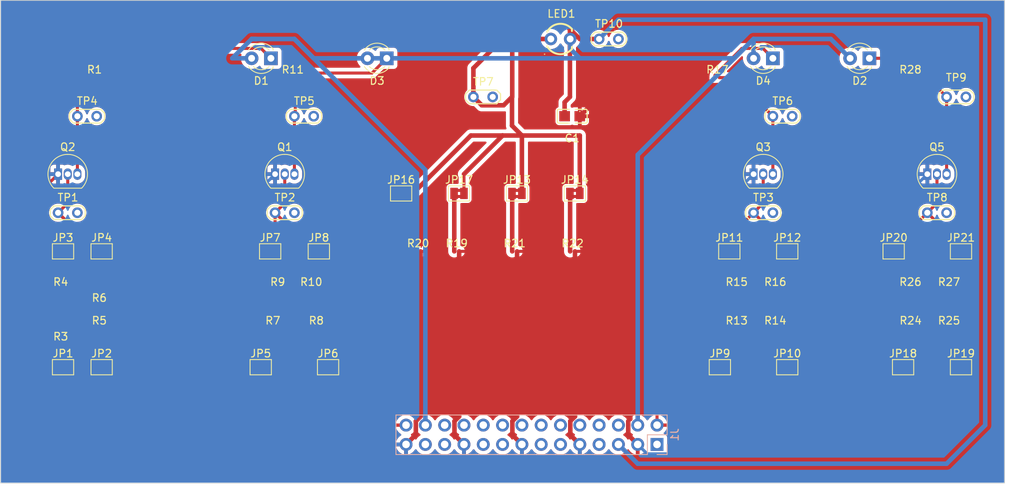
<source format=kicad_pcb>
(kicad_pcb (version 20221018) (generator pcbnew)
  (layers (0 "F.Cu" signal) (31 "B.Cu" signal) (34 "B.Paste" user) (35 "F.Paste" user) (36 "B.SilkS" user "B.Silkscreen") (37 "F.SilkS" user "F.Silkscreen") (38 "B.Mask" user) (39 "F.Mask" user) (44 "Edge.Cuts" user))
  (net 0 "")
  (net 1 "Net-(D1-K)")
  (net 2 "3V3")
  (net 3 "Net-(D3-K)")
  (net 4 "Net-(D4-K)")
  (net 5 "RESV3")
  (net 6 "GND")
  (net 7 "BATT")
  (net 8 "PA3")
  (net 9 "RESV2")
  (net 10 "PA4")
  (net 11 "PE15")
  (net 12 "PE14")
  (net 13 "PA5")
  (net 14 "PE13")
  (net 15 "PA6")
  (net 16 "PE12")
  (net 17 "PE11")
  (net 18 "PA7")
  (net 19 "PE10")
  (net 20 "PC4")
  (net 21 "PE9")
  (net 22 "PE8")
  (net 23 "PC5")
  (net 24 "RESV1")
  (net 25 "AB0")
  (net 26 "Net-(JP7-B)")
  (net 27 "Net-(Q1-C)")
  (net 28 "Net-(JP3-B)")
  (net 29 "Net-(Q2-C)")
  (net 30 "Net-(JP11-B)")
  (net 31 "Net-(Q3-C)")
  (net 32 "Net-(JP1-B)")
  (net 33 "Net-(R3-Pad2)")
  (net 34 "Net-(JP3-A)")
  (net 35 "Net-(JP2-A)")
  (net 36 "Net-(R5-Pad2)")
  (net 37 "Net-(JP4-B)")
  (net 38 "Net-(JP5-B)")
  (net 39 "Net-(R7-Pad2)")
  (net 40 "Net-(JP6-A)")
  (net 41 "Net-(R10-Pad1)")
  (net 42 "Net-(JP7-A)")
  (net 43 "Net-(JP8-B)")
  (net 44 "Net-(JP9-B)")
  (net 45 "Net-(R13-Pad2)")
  (net 46 "Net-(JP10-A)")
  (net 47 "Net-(R14-Pad2)")
  (net 48 "Net-(JP11-A)")
  (net 49 "Net-(JP12-B)")
  (net 50 "Net-(JP17-A)")
  (net 51 "Net-(JP16-A)")
  (net 52 "Net-(JP13-A)")
  (net 53 "Net-(JP14-A)")
  (net 54 "Net-(D2-K)")
  (net 55 "Net-(JP18-B)")
  (net 56 "Net-(JP19-A)")
  (net 57 "Net-(JP20-A)")
  (net 58 "Net-(JP20-B)")
  (net 59 "Net-(JP21-B)")
  (net 60 "Net-(Q5-C)")
  (net 61 "Net-(R24-Pad2)")
  (net 62 "Net-(R25-Pad2)")
  (footprint "Jumper:SolderJumper-2_P1.3mm_Bridged2Bar_Pad1.0x1.5mm" (layer "F.Cu") (at 172.07 106.68)
    (fp_text reference "JP11")
    (fp_text value "SolderJumper_2_Open")
  )
  (footprint "Jumper:SolderJumper-2_P1.3mm_Bridged2Bar_Pad1.0x1.5mm" (layer "F.Cu") (at 202.55 121.92)
    (fp_text reference "JP19")
    (fp_text value "SolderJumper_2_Open")
  )
  (footprint "Resistor_SMD:R_0201_0603Metric" (layer "F.Cu") (at 84.105 116.84 180)
    (fp_text reference "R3")
    (fp_text value "1.2k")
  )
  (footprint "Package_TO_SOT_THT:TO-92_Inline" (layer "F.Cu") (at 175.26 96.52)
    (fp_text reference "Q3")
    (fp_text value "2N3904")
  )
  (footprint "Jumper:SolderJumper-2_P1.3mm_Bridged2Bar_Pad1.0x1.5mm" (layer "F.Cu") (at 89.49 106.68)
    (fp_text reference "JP4")
    (fp_text value "SolderJumper_2_Open")
  )
  (footprint "Jumper:SolderJumper-2_P1.3mm_Bridged2Bar_Pad1.0x1.5mm" (layer "F.Cu") (at 151.75 99.06)
    (fp_text reference "JP14")
    (fp_text value "SolderJumper_2_Open")
  )
  (footprint "Resistor_SMD:R_0201_0603Metric" (layer "F.Cu") (at 89.185 116.84)
    (fp_text reference "R5")
    (fp_text value "1.2k")
  )
  (footprint "Jumper:SolderJumper-2_P1.3mm_Bridged2Bar_Pad1.0x1.5mm" (layer "F.Cu") (at 193.69 106.68)
    (fp_text reference "JP20")
    (fp_text value "SolderJumper_2_Open")
  )
  (footprint "TestPoint:TestPoint_2Pads_Pitch2.54mm_Drill0.8mm" (layer "F.Cu") (at 83.76 101.6)
    (fp_text reference "TP1")
    (fp_text value "TestPoint")
  )
  (footprint "Jumper:SolderJumper-2_P1.3mm_Bridged2Bar_Pad1.0x1.5mm" (layer "F.Cu") (at 136.51 99.06)
    (fp_text reference "JP17")
    (fp_text value "SolderJumper_2_Open")
  )
  (footprint "TestPoint:TestPoint_2Pads_Pitch2.54mm_Drill0.8mm" (layer "F.Cu") (at 198.12 101.6)
    (fp_text reference "TP8")
    (fp_text value "TestPoint")
  )
  (footprint "Jumper:SolderJumper-2_P1.3mm_Bridged2Bar_Pad1.0x1.5mm" (layer "F.Cu") (at 89.49 121.92)
    (fp_text reference "JP2")
    (fp_text value "SolderJumper_2_Open")
  )
  (footprint "Resistor_SMD:R_0201_0603Metric" (layer "F.Cu") (at 200.98 111.76)
    (fp_text reference "R27")
    (fp_text value "100R")
  )
  (footprint "Resistor_SMD:R_0201_0603Metric" (layer "F.Cu") (at 84.105 111.76)
    (fp_text reference "R4")
    (fp_text value "22R")
  )
  (footprint "Resistor_SMD:R_0201_0603Metric" (layer "F.Cu") (at 195.925 116.84)
    (fp_text reference "R24")
    (fp_text value "1.2k")
  )
  (footprint "Resistor_SMD:R_0201_0603Metric" (layer "F.Cu") (at 200.98 116.84)
    (fp_text reference "R25")
    (fp_text value "1.2k")
  )
  (footprint "Resistor_SMD:R_0201_0603Metric" (layer "F.Cu") (at 178.12 111.76)
    (fp_text reference "R16")
    (fp_text value "100R")
  )
  (footprint "Resistor_SMD:R_0201_0603Metric" (layer "F.Cu") (at 117.735 116.84)
    (fp_text reference "R8")
    (fp_text value "1.2k")
  )
  (footprint "Jumper:SolderJumper-2_P1.3mm_Bridged2Bar_Pad1.0x1.5mm" (layer "F.Cu") (at 144.13 99.06)
    (fp_text reference "JP13")
    (fp_text value "SolderJumper_2_Open")
  )
  (footprint "TestPoint:TestPoint_2Pads_Pitch2.54mm_Drill0.8mm" (layer "F.Cu") (at 138.4 86.36)
    (fp_text reference "TP7")
    (fp_text value "TestPoint")
  )
  (footprint "Resistor_SMD:R_0201_0603Metric" (layer "F.Cu") (at 195.9 83.82)
    (fp_text reference "R28")
    (fp_text value "10R")
  )
  (footprint "TestPoint:TestPoint_2Pads_Pitch2.54mm_Drill0.8mm" (layer "F.Cu") (at 175.26 101.6)
    (fp_text reference "TP3")
    (fp_text value "TestPoint")
  )
  (footprint "Resistor_SMD:R_0201_0603Metric" (layer "F.Cu") (at 88.555 83.82)
    (fp_text reference "R1")
    (fp_text value "10R")
  )
  (footprint "Resistor_SMD:R_0201_0603Metric" (layer "F.Cu") (at 178.12 116.84)
    (fp_text reference "R14")
    (fp_text value "1.2k")
  )
  (footprint "Jumper:SolderJumper-2_P1.3mm_Bridged2Bar_Pad1.0x1.5mm" (layer "F.Cu") (at 179.69 106.68)
    (fp_text reference "JP12")
    (fp_text value "SolderJumper_2_Open")
  )
  (footprint "TestPoint:TestPoint_2Pads_Pitch2.54mm_Drill0.8mm" (layer "F.Cu") (at 114.85 88.9)
    (fp_text reference "TP5")
    (fp_text value "TestPoint")
  )
  (footprint "TestPoint:TestPoint_2Pads_Pitch2.54mm_Drill0.8mm" (layer "F.Cu") (at 154.94 78.74)
    (fp_text reference "TP10")
    (fp_text value "TestPoint")
  )
  (footprint "Package_TO_SOT_THT:TO-92_Inline" (layer "F.Cu") (at 198.12 96.52)
    (fp_text reference "Q5")
    (fp_text value "2N3904")
  )
  (footprint "Resistor_SMD:R_0201_0603Metric" (layer "F.Cu") (at 114.645 83.82)
    (fp_text reference "R11")
    (fp_text value "10R")
  )
  (footprint "Resistor_SMD:R_0201_0603Metric" (layer "F.Cu") (at 131.125 106.68)
    (fp_text reference "R20")
    (fp_text value "1k")
  )
  (footprint "Resistor_SMD:R_0201_0603Metric" (layer "F.Cu") (at 173.04 116.84)
    (fp_text reference "R13")
    (fp_text value "1.2k")
  )
  (footprint "Package_TO_SOT_THT:TO-92_Inline" (layer "F.Cu") (at 83.76 96.52)
    (fp_text reference "Q2")
    (fp_text value "2N3904")
  )
  (footprint "Jumper:SolderJumper-2_P1.3mm_Bridged2Bar_Pad1.0x1.5mm" (layer "F.Cu") (at 170.83 121.92)
    (fp_text reference "JP9")
    (fp_text value "SolderJumper_2_Open")
  )
  (footprint "Jumper:SolderJumper-2_P1.3mm_Bridged2Bar_Pad1.0x1.5mm" (layer "F.Cu") (at 111.66 106.68)
    (fp_text reference "JP7")
    (fp_text value "SolderJumper_2_Open")
  )
  (footprint "Resistor_SMD:R_0201_0603Metric" (layer "F.Cu") (at 89.185 111.76 180)
    (fp_text reference "R6")
    (fp_text value "100R")
  )
  (footprint "Resistor_SMD:R_0201_0603Metric" (layer "F.Cu") (at 136.205 106.68)
    (fp_text reference "R19")
    (fp_text value "10k")
  )
  (footprint "Jumper:SolderJumper-2_P1.3mm_Bridged2Bar_Pad1.0x1.5mm" (layer "F.Cu") (at 179.69 121.92)
    (fp_text reference "JP10")
    (fp_text value "SolderJumper_2_Open")
  )
  (footprint "Jumper:SolderJumper-2_P1.3mm_Bridged2Bar_Pad1.0x1.5mm" (layer "F.Cu") (at 119.28 121.92)
    (fp_text reference "JP6")
    (fp_text value "SolderJumper_2_Open")
  )
  (footprint "LED_THT:LED_D3.0mm_IRBlack" (layer "F.Cu") (at 190.5 81.28 180)
    (fp_text reference "D2")
    (fp_text value "TSAL4400")
  )
  (footprint "Jumper:SolderJumper-2_P1.3mm_Bridged2Bar_Pad1.0x1.5mm" (layer "F.Cu") (at 202.55 106.68)
    (fp_text reference "JP21")
    (fp_text value "SolderJumper_2_Open")
  )
  (footprint "Resistor_SMD:R_0201_0603Metric" (layer "F.Cu") (at 112.655 111.76)
    (fp_text reference "R9")
    (fp_text value "22R")
  )
  (footprint "Jumper:SolderJumper-2_P1.3mm_Bridged2Bar_Pad1.0x1.5mm" (layer "F.Cu") (at 118.065 106.68)
    (fp_text reference "JP8")
    (fp_text value "SolderJumper_2_Open")
  )
  (footprint "Resistor_SMD:R_0201_0603Metric" (layer "F.Cu") (at 117.07 111.76)
    (fp_text reference "R10")
    (fp_text value "100R")
  )
  (footprint "Resistor_SMD:R_0201_0603Metric" (layer "F.Cu") (at 151.445 106.68)
    (fp_text reference "R22")
    (fp_text value "100k")
  )
  (footprint "Resistor_SMD:R_0201_0603Metric" (layer "F.Cu") (at 195.9 111.76)
    (fp_text reference "R26")
    (fp_text value "22R")
  )
  (footprint "LED_THT:LED_D3.0mm_IRBlack" (layer "F.Cu") (at 111.76 81.28 180)
    (fp_text reference "D1")
    (fp_text value "TSAL4400")
  )
  (footprint "Jumper:SolderJumper-2_P1.3mm_Bridged2Bar_Pad1.0x1.5mm" (layer "F.Cu") (at 84.41 121.92)
    (fp_text reference "JP1")
    (fp_text value "SolderJumper_2_Open")
  )
  (footprint "LED_THT:LED_D3.0mm_IRBlack" (layer "F.Cu") (at 127 81.28 180)
    (fp_text reference "D3")
    (fp_text value "TSAL4400")
  )
  (footprint "Resistor_SMD:R_0201_0603Metric" (layer "F.Cu") (at 173.04 111.76)
    (fp_text reference "R15")
    (fp_text value "22R")
  )
  (footprint "Jumper:SolderJumper-2_P1.3mm_Bridged2Bar_Pad1.0x1.5mm" (layer "F.Cu") (at 128.89 99.06)
    (fp_text reference "JP16")
    (fp_text value "SolderJumper_2_Open")
  )
  (footprint "TestPoint:TestPoint_2Pads_Pitch2.54mm_Drill0.8mm" (layer "F.Cu") (at 177.8 88.9)
    (fp_text reference "TP6")
    (fp_text value "TestPoint")
  )
  (footprint "Package_TO_SOT_THT:TO-92_Inline" (layer "F.Cu") (at 112.31 96.52)
    (fp_text reference "Q1")
    (fp_text value "2N3904")
  )
  (footprint "My_footprint_lib:C0805" (layer "F.Cu") (at 151.4 88.9 180)
    (fp_text reference "C1")
    (fp_text value "22uF")
  )
  (footprint "TestPoint:TestPoint_2Pads_Pitch2.54mm_Drill0.8mm" (layer "F.Cu") (at 86.3 88.9)
    (fp_text reference "TP4")
    (fp_text value "TestPoint")
  )
  (footprint "Jumper:SolderJumper-2_P1.3mm_Bridged2Bar_Pad1.0x1.5mm" (layer "F.Cu") (at 84.41 106.68)
    (fp_text reference "JP3")
    (fp_text value "SolderJumper_2_Open")
  )
  (footprint "Jumper:SolderJumper-2_P1.3mm_Bridged2Bar_Pad1.0x1.5mm" (layer "F.Cu") (at 194.93 121.92)
    (fp_text reference "JP18")
    (fp_text value "SolderJumper_2_Open")
  )
  (footprint "Resistor_SMD:R_0201_0603Metric" (layer "F.Cu") (at 112.015 116.84)
    (fp_text reference "R7")
    (fp_text value "1.2k")
  )
  (footprint "Resistor_SMD:R_0201_0603Metric" (layer "F.Cu") (at 170.5 83.82)
    (fp_text reference "R17")
    (fp_text value "10R")
  )
  (footprint "TestPoint:TestPoint_2Pads_Pitch2.54mm_Drill0.8mm" (layer "F.Cu") (at 112.31 101.6)
    (fp_text reference "TP2")
    (fp_text value "TestPoint")
  )
  (footprint "TestPoint:TestPoint_2Pads_Pitch2.54mm_Drill0.8mm" (layer "F.Cu") (at 200.66 86.36)
    (fp_text reference "TP9")
    (fp_text value "TestPoint")
  )
  (footprint "LED_THT:LED_D3.0mm_IRBlack" (layer "F.Cu") (at 177.8 81.28 180)
    (fp_text reference "D4")
    (fp_text value "TSAL4400")
  )
  (footprint "Resistor_SMD:R_0201_0603Metric" (layer "F.Cu") (at 143.825 106.68)
    (fp_text reference "R21")
    (fp_text value "20k")
  )
  (footprint "My_footprint_lib:LED-TH_BD4.0-P2.54-RD" (layer "F.Cu") (at 149.86 78.74)
    (fp_text reference "LED1")
    (fp_text value "PT204-6B-27")
  )
  (footprint "Jumper:SolderJumper-2_P1.3mm_Bridged2Bar_Pad1.0x1.5mm" (layer "F.Cu") (at 110.42 121.92)
    (fp_text reference "JP5")
    (fp_text value "SolderJumper_2_Open")
  )
  (footprint "Connector_PinHeader_2.54mm:PinHeader_2x14_P2.54mm_Vertical" (layer "B.Cu") (at 162.56 132.08 90)
    (fp_text reference "J1")
    (fp_text value "Conn_02x14_Odd_Even")
  )
  (gr_rect (start 76.2 73.66) (end 208.28 137.16) (stroke (width 0.1)) (fill none) (layer "Edge.Cuts"))
  (segment (start 86.3 101.6) (end 86.36 101.6) (width 0.4) (layer "F.Cu") (net 0))
  (segment (start 88.235 83.520122) (end 91.775122 79.98) (width 0.4) (layer "F.Cu") (net 1))
  (segment (start 110.46 79.98) (end 111.76 81.28) (width 0.4) (layer "F.Cu") (net 1))
  (segment (start 88.235 83.82) (end 88.235 83.520122) (width 0.4) (layer "F.Cu") (net 1))
  (segment (start 91.775122 79.98) (end 110.46 79.98) (width 0.4) (layer "F.Cu") (net 1))
  (segment (start 83.82 129.54) (end 83.76 129.48) (width 0.25) (layer "F.Cu") (net 2))
  (segment (start 200.66 129.54) (end 203.2 127) (width 0.4) (layer "F.Cu") (net 2))
  (segment (start 162.56 121.92) (end 170.18 121.92) (width 0.4) (layer "F.Cu") (net 2))
  (segment (start 119.93 127.55) (end 119.93 121.92) (width 0.4) (layer "F.Cu") (net 2))
  (segment (start 162.56 129.54) (end 180.34 129.54) (width 0.4) (layer "F.Cu") (net 2))
  (segment (start 162.56 129.54) (end 200.66 129.54) (width 0.4) (layer "F.Cu") (net 2))
  (segment (start 90.14 128.24) (end 90.14 121.92) (width 0.4) (layer "F.Cu") (net 2))
  (segment (start 193.04 129.54) (end 194.28 128.3) (width 0.4) (layer "F.Cu") (net 2))
  (segment (start 129.54 129.54) (end 111.76 129.54) (width 0.4) (layer "F.Cu") (net 2))
  (segment (start 121.92 129.54) (end 119.93 127.55) (width 0.4) (layer "F.Cu") (net 2))
  (segment (start 194.28 128.3) (end 194.28 121.92) (width 0.4) (layer "F.Cu") (net 2))
  (segment (start 162.56 129.54) (end 162.56 121.92) (width 0.4) (layer "F.Cu") (net 2))
  (segment (start 111.76 129.54) (end 109.77 127.55) (width 0.4) (layer "F.Cu") (net 2))
  (segment (start 180.34 129.54) (end 180.34 121.92) (width 0.4) (layer "F.Cu") (net 2))
  (segment (start 162.56 129.54) (end 193.04 129.54) (width 0.4) (layer "F.Cu") (net 2))
  (segment (start 129.54 129.54) (end 91.44 129.54) (width 0.4) (layer "F.Cu") (net 2))
  (segment (start 129.54 129.54) (end 83.82 129.54) (width 0.4) (layer "F.Cu") (net 2))
  (segment (start 203.2 127) (end 203.2 121.92) (width 0.4) (layer "F.Cu") (net 2))
  (segment (start 129.54 129.54) (end 121.92 129.54) (width 0.25) (layer "F.Cu") (net 2))
  (segment (start 109.77 127.55) (end 109.77 121.92) (width 0.4) (layer "F.Cu") (net 2))
  (segment (start 91.44 129.54) (end 90.14 128.24) (width 0.4) (layer "F.Cu") (net 2))
  (segment (start 83.76 129.48) (end 83.76 121.92) (width 0.4) (layer "F.Cu") (net 2))
  (segment (start 114.325 83.520122) (end 114.325 83.82) (width 0.4) (layer "F.Cu") (net 3))
  (segment (start 125.06 83.22) (end 114.625122 83.22) (width 0.4) (layer "F.Cu") (net 3))
  (segment (start 114.625122 83.22) (end 114.325 83.520122) (width 0.4) (layer "F.Cu") (net 3))
  (segment (start 125.06 83.22) (end 127 81.28) (width 0.4) (layer "F.Cu") (net 3))
  (segment (start 170.18 83.520122) (end 173.720122 79.98) (width 0.4) (layer "F.Cu") (net 4))
  (segment (start 176.5 79.98) (end 177.8 81.28) (width 0.4) (layer "F.Cu") (net 4))
  (segment (start 170.18 83.82) (end 170.18 83.520122) (width 0.4) (layer "F.Cu") (net 4))
  (segment (start 173.720122 79.98) (end 176.5 79.98) (width 0.4) (layer "F.Cu") (net 4))
  (segment (start 158.77 130.83) (end 160.02 132.08) (width 0.6) (layer "F.Cu") (net 6))
  (segment (start 151.765 106.68) (end 151.765 128.407233) (width 0.6) (layer "F.Cu") (net 6))
  (segment (start 154.1 86.36) (end 154.1 87.2) (width 0.6) (layer "F.Cu") (net 6))
  (segment (start 143.53 130.83) (end 144.78 132.08) (width 0.6) (layer "F.Cu") (net 6))
  (segment (start 161.02 122.48) (end 159.04 124.46) (width 0.6) (layer "F.Cu") (net 6))
  (segment (start 159.04 124.46) (end 159.04 128.752233) (width 0.6) (layer "F.Cu") (net 6))
  (segment (start 144.145 106.68) (end 144.145 128.407233) (width 0.6) (layer "F.Cu") (net 6))
  (segment (start 136.525 128.407233) (end 135.91 129.022233) (width 0.6) (layer "F.Cu") (net 6))
  (segment (start 151.15 129.022233) (end 151.15 130.83) (width 0.6) (layer "F.Cu") (net 6))
  (segment (start 154.1 86.36) (end 161.02 93.28) (width 0.6) (layer "F.Cu") (net 6))
  (segment (start 143.53 129.022233) (end 143.53 130.83) (width 0.6) (layer "F.Cu") (net 6))
  (segment (start 151.765 128.407233) (end 151.15 129.022233) (width 0.6) (layer "F.Cu") (net 6))
  (segment (start 131.445 128.407233) (end 130.83 129.022233) (width 0.6) (layer "F.Cu") (net 6))
  (segment (start 135.91 130.83) (end 137.16 132.08) (width 0.6) (layer "F.Cu") (net 6))
  (segment (start 158.77 129.022233) (end 158.77 130.83) (width 0.6) (layer "F.Cu") (net 6))
  (segment (start 130.83 130.79) (end 129.54 132.08) (width 0.6) (layer "F.Cu") (net 6))
  (segment (start 78.74 101.54) (end 78.74 132.08) (width 0.4) (layer "F.Cu") (net 6))
  (segment (start 131.445 106.68) (end 131.445 128.407233) (width 0.6) (layer "F.Cu") (net 6))
  (segment (start 135.91 129.022233) (end 135.91 130.83) (width 0.6) (layer "F.Cu") (net 6))
  (segment (start 130.83 129.022233) (end 130.83 130.79) (width 0.6) (layer "F.Cu") (net 6))
  (segment (start 78.74 132.08) (end 129.54 132.08) (width 0.4) (layer "F.Cu") (net 6))
  (segment (start 83.76 96.52) (end 78.74 101.54) (width 0.4) (layer "F.Cu") (net 6))
  (segment (start 144.145 128.407233) (end 143.53 129.022233) (width 0.6) (layer "F.Cu") (net 6))
  (segment (start 161.02 93.28) (end 161.02 122.48) (width 0.6) (layer "F.Cu") (net 6))
  (segment (start 159.04 128.752233) (end 158.77 129.022233) (width 0.4) (layer "F.Cu") (net 6))
  (segment (start 154.1 87.2) (end 152.4 88.9) (width 0.6) (layer "F.Cu") (net 6))
  (segment (start 136.525 106.68) (end 136.525 128.407233) (width 0.6) (layer "F.Cu") (net 6))
  (segment (start 151.15 130.83) (end 152.4 132.08) (width 0.6) (layer "F.Cu") (net 6))
  (segment (start 112.31 96.52) (end 106.68 102.15) (width 0.4) (layer "B.Cu") (net 6))
  (segment (start 106.68 132.08) (end 129.54 132.08) (width 0.4) (layer "B.Cu") (net 6))
  (segment (start 106.68 102.15) (end 106.68 132.08) (width 0.4) (layer "B.Cu") (net 6))
  (segment (start 175.26 96.52) (end 167.64 104.14) (width 0.4) (layer "B.Cu") (net 6))
  (segment (start 198.12 96.52) (end 187.96 106.68) (width 0.4) (layer "B.Cu") (net 6))
  (segment (start 187.96 132.08) (end 186.71 133.33) (width 0.4) (layer "B.Cu") (net 6))
  (segment (start 187.96 106.68) (end 187.96 132.08) (width 0.4) (layer "B.Cu") (net 6))
  (segment (start 186.71 133.33) (end 161.27 133.33) (width 0.4) (layer "B.Cu") (net 6))
  (segment (start 166.39 133.33) (end 161.27 133.33) (width 0.4) (layer "B.Cu") (net 6))
  (segment (start 167.64 104.14) (end 167.64 132.08) (width 0.4) (layer "B.Cu") (net 6))
  (segment (start 167.64 132.08) (end 166.39 133.33) (width 0.4) (layer "B.Cu") (net 6))
  (segment (start 161.27 133.33) (end 160.02 132.08) (width 0.4) (layer "B.Cu") (net 6))
  (segment (start 152.4 81.28) (end 172.72 81.28) (width 0.6) (layer "B.Cu") (net 7))
  (segment (start 109.22 78.74) (end 106.68 81.28) (width 0.6) (layer "B.Cu") (net 7))
  (segment (start 175.26 78.74) (end 185.42 78.74) (width 0.6) (layer "B.Cu") (net 7))
  (segment (start 144.78 81.28) (end 147.32 81.28) (width 0.6) (layer "B.Cu") (net 7))
  (segment (start 119.38 81.28) (end 117.39 81.28) (width 0.6) (layer "B.Cu") (net 7))
  (segment (start 109.22 78.74) (end 109.77 78.74) (width 0.6) (layer "B.Cu") (net 7))
  (segment (start 132.08 95.97) (end 132.08 129.54) (width 0.6) (layer "B.Cu") (net 7))
  (segment (start 147.32 81.28) (end 152.4 81.28) (width 0.6) (layer "B.Cu") (net 7))
  (segment (start 151.130003 78.74) (end 151.130003 80.010003) (width 0.6) (layer "B.Cu") (net 7))
  (segment (start 147.32 81.28) (end 147.32 81.279994) (width 0.6) (layer "B.Cu") (net 7))
  (segment (start 144.78 81.28) (end 119.38 81.28) (width 0.6) (layer "B.Cu") (net 7))
  (segment (start 117.39 81.28) (end 114.85 78.74) (width 0.6) (layer "B.Cu") (net 7))
  (segment (start 114.85 78.74) (end 132.08 95.97) (width 0.6) (layer "B.Cu") (net 7))
  (segment (start 151.130003 80.010003) (end 152.4 81.28) (width 0.6) (layer "B.Cu") (net 7))
  (segment (start 185.42 78.74) (end 187.96 81.28) (width 0.6) (layer "B.Cu") (net 7))
  (segment (start 119.38 81.28) (end 124.46 81.28) (width 0.6) (layer "B.Cu") (net 7))
  (segment (start 160.02 93.98) (end 160.02 129.54) (width 0.6) (layer "B.Cu") (net 7))
  (segment (start 114.85 78.74) (end 109.22 78.74) (width 0.6) (layer "B.Cu") (net 7))
  (segment (start 106.68 81.28) (end 109.22 81.28) (width 0.6) (layer "B.Cu") (net 7))
  (segment (start 172.72 81.28) (end 175.26 78.74) (width 0.6) (layer "B.Cu") (net 7))
  (segment (start 175.26 78.74) (end 160.02 93.98) (width 0.6) (layer "B.Cu") (net 7))
  (segment (start 175.26 78.74) (end 175.26 81.28) (width 0.6) (layer "B.Cu") (net 7))
  (segment (start 129.54 99.06) (end 130.44 99.06) (width 0.6) (layer "F.Cu") (net 8))
  (segment (start 138.06 91.44) (end 142.24 91.44) (width 0.6) (layer "F.Cu") (net 8))
  (segment (start 137.16 96.52) (end 142.24 91.44) (width 0.6) (layer "F.Cu") (net 8))
  (segment (start 139.5 87.46) (end 138.4 86.36) (width 0.6) (layer "F.Cu") (net 8))
  (segment (start 152.4 78.74) (end 154.94 78.74) (width 0.6) (layer "F.Cu") (net 8))
  (segment (start 144.779994 78.74) (end 148.589997 78.74) (width 0.6) (layer "F.Cu") (net 8))
  (segment (start 137.16 99.06) (end 137.16 96.52) (width 0.4) (layer "F.Cu") (net 8))
  (segment (start 143.509997 80.009997) (end 144.779994 78.74) (width 0.6) (layer "F.Cu") (net 8))
  (segment (start 142.24 76.2) (end 149.86 76.2) (width 0.6) (layer "F.Cu") (net 8))
  (segment (start 150.4 87.06) (end 150.4 88.9) (width 0.6) (layer "F.Cu") (net 8))
  (segment (start 142.24 91.44) (end 144.78 91.44) (width 0.6) (layer "F.Cu") (net 8))
  (segment (start 152.4 99.06) (end 152.4 91.44) (width 0.6) (layer "F.Cu") (net 8))
  (segment (start 143.48 90.14) (end 143.48 86.36) (width 0.6) (layer "F.Cu") (net 8))
  (segment (start 143.48 86.36) (end 142.38 87.46) (width 0.6) (layer "F.Cu") (net 8))
  (segment (start 142.38 87.46) (end 139.5 87.46) (width 0.6) (layer "F.Cu") (net 8))
  (segment (start 149.86 76.2) (end 152.4 78.74) (width 0.6) (layer "F.Cu") (net 8))
  (segment (start 138.4 82.58) (end 142.24 78.74) (width 0.6) (layer "F.Cu") (net 8))
  (segment (start 151.1 86.36) (end 150.4 87.06) (width 0.6) (layer "F.Cu") (net 8))
  (segment (start 144.78 91.44) (end 152.4 91.44) (width 0.6) (layer "F.Cu") (net 8))
  (segment (start 149.86 76.2) (end 151.1 77.44) (width 0.6) (layer "F.Cu") (net 8))
  (segment (start 142.24 78.74) (end 142.24 76.2) (width 0.6) (layer "F.Cu") (net 8))
  (segment (start 144.78 91.44) (end 143.48 90.14) (width 0.6) (layer "F.Cu") (net 8))
  (segment (start 130.44 99.06) (end 138.06 91.44) (width 0.6) (layer "F.Cu") (net 8))
  (segment (start 151.1 77.44) (end 151.1 86.36) (width 0.6) (layer "F.Cu") (net 8))
  (segment (start 143.509997 86.330003) (end 143.509997 80.009997) (width 0.6) (layer "F.Cu") (net 8))
  (segment (start 144.78 99.06) (end 144.78 91.44) (width 0.6) (layer "F.Cu") (net 8))
  (segment (start 138.4 86.36) (end 138.4 82.58) (width 0.6) (layer "F.Cu") (net 8))
  (segment (start 143.48 86.36) (end 143.509997 86.330003) (width 0.6) (layer "F.Cu") (net 8))
  (segment (start 205.74 76.2) (end 205.74 129.54) (width 0.6) (layer "B.Cu") (net 8))
  (segment (start 200.66 134.62) (end 160.02 134.62) (width 0.6) (layer "B.Cu") (net 8))
  (segment (start 160.02 134.62) (end 157.48 132.08) (width 0.6) (layer "B.Cu") (net 8))
  (segment (start 154.94 78.74) (end 157.48 76.2) (width 0.6) (layer "B.Cu") (net 8))
  (segment (start 205.74 129.54) (end 200.66 134.62) (width 0.6) (layer "B.Cu") (net 8))
  (segment (start 157.48 76.2) (end 205.74 76.2) (width 0.6) (layer "B.Cu") (net 8))
  (segment (start 113.58 100.33) (end 113.58 96.52) (width 0.4) (layer "F.Cu") (net 26))
  (segment (start 112.31 101.6) (end 113.58 100.33) (width 0.4) (layer "F.Cu") (net 26))
  (segment (start 117.415 106.68) (end 117.39 106.68) (width 0.4) (layer "F.Cu") (net 26))
  (segment (start 112.31 106.68) (end 112.31 101.6) (width 0.4) (layer "F.Cu") (net 26))
  (segment (start 117.39 106.68) (end 112.31 101.6) (width 0.4) (layer "F.Cu") (net 26))
  (segment (start 114.965 88.785) (end 114.965 83.82) (width 0.4) (layer "F.Cu") (net 27))
  (segment (start 114.85 88.9) (end 114.965 88.785) (width 0.4) (layer "F.Cu") (net 27))
  (segment (start 114.85 96.52) (end 114.85 88.9) (width 0.4) (layer "F.Cu") (net 27))
  (segment (start 85.06 102.9) (end 83.76 101.6) (width 0.4) (layer "F.Cu") (net 28))
  (segment (start 83.76 101.6) (end 85.03 100.33) (width 0.4) (layer "F.Cu") (net 28))
  (segment (start 85.06 106.68) (end 85.06 102.9) (width 0.4) (layer "F.Cu") (net 28))
  (segment (start 85.03 100.33) (end 85.03 96.52) (width 0.4) (layer "F.Cu") (net 28))
  (segment (start 88.84 106.68) (end 83.76 101.6) (width 0.4) (layer "F.Cu") (net 28))
  (segment (start 88.875 84.119878) (end 88.875 83.82) (width 0.4) (layer "F.Cu") (net 29))
  (segment (start 86.3 88.9) (end 86.3 86.385) (width 0.4) (layer "F.Cu") (net 29))
  (segment (start 86.3 86.385) (end 86.609878 86.385) (width 0.4) (layer "F.Cu") (net 29))
  (segment (start 86.609878 86.385) (end 88.875 84.119878) (width 0.4) (layer "F.Cu") (net 29))
  (segment (start 86.3 88.9) (end 86.3 96.52) (width 0.4) (layer "F.Cu") (net 29))
  (segment (start 172.72 106.68) (end 172.72 104.14) (width 0.4) (layer "F.Cu") (net 30))
  (segment (start 176.53 100.33) (end 176.53 96.52) (width 0.4) (layer "F.Cu") (net 30))
  (segment (start 179.04 106.68) (end 179.04 105.38) (width 0.4) (layer "F.Cu") (net 30))
  (segment (start 175.26 101.6) (end 176.53 100.33) (width 0.4) (layer "F.Cu") (net 30))
  (segment (start 179.04 105.38) (end 175.26 101.6) (width 0.4) (layer "F.Cu") (net 30))
  (segment (start 172.72 104.14) (end 175.26 101.6) (width 0.4) (layer "F.Cu") (net 30))
  (segment (start 175.26 86.36) (end 177.8 88.9) (width 0.4) (layer "F.Cu") (net 31))
  (segment (start 177.8 88.9) (end 172.72 83.82) (width 0.4) (layer "F.Cu") (net 31))
  (segment (start 177.8 96.52) (end 177.8 88.9) (width 0.4) (layer "F.Cu") (net 31))
  (segment (start 172.72 83.82) (end 170.82 83.82) (width 0.4) (layer "F.Cu") (net 31))
  (segment (start 85.06 117.475) (end 84.425 116.84) (width 0.4) (layer "F.Cu") (net 32))
  (segment (start 85.06 121.92) (end 85.06 117.475) (width 0.4) (layer "F.Cu") (net 32))
  (segment (start 83.785 116.84) (end 83.785 111.76) (width 0.4) (layer "F.Cu") (net 33))
  (segment (start 83.76 107.43) (end 83.76 106.68) (width 0.4) (layer "F.Cu") (net 34))
  (segment (start 84.425 108.095) (end 83.76 107.43) (width 0.4) (layer "F.Cu") (net 34))
  (segment (start 84.425 111.76) (end 84.425 108.095) (width 0.4) (layer "F.Cu") (net 34))
  (segment (start 88.84 116.865) (end 88.865 116.84) (width 0.4) (layer "F.Cu") (net 35))
  (segment (start 88.84 121.92) (end 88.84 116.865) (width 0.4) (layer "F.Cu") (net 35))
  (segment (start 89.505 116.84) (end 89.505 111.76) (width 0.4) (layer "F.Cu") (net 36))
  (segment (start 90.14 108.635) (end 90.14 106.68) (width 0.4) (layer "F.Cu") (net 37))
  (segment (start 88.865 109.91) (end 90.14 108.635) (width 0.4) (layer "F.Cu") (net 37))
  (segment (start 88.865 111.76) (end 88.865 109.91) (width 0.4) (layer "F.Cu") (net 37))
  (segment (start 111.07 117.465) (end 111.695 116.84) (width 0.4) (layer "F.Cu") (net 38))
  (segment (start 111.07 121.92) (end 111.07 117.465) (width 0.4) (layer "F.Cu") (net 38))
  (segment (start 112.335 116.84) (end 112.335 111.76) (width 0.4) (layer "F.Cu") (net 39))
  (segment (start 118.63 121.92) (end 117.415 120.705) (width 0.4) (layer "F.Cu") (net 40))
  (segment (start 117.415 120.705) (end 117.415 116.84) (width 0.4) (layer "F.Cu") (net 40))
  (segment (start 118.055 116.84) (end 118.055 115.515) (width 0.4) (layer "F.Cu") (net 41))
  (segment (start 116.76 114.22) (end 116.76 111.76) (width 0.4) (layer "F.Cu") (net 41))
  (segment (start 118.055 115.515) (end 116.76 114.22) (width 0.4) (layer "F.Cu") (net 41))
  (segment (start 111.01 108.47) (end 111.01 106.68) (width 0.4) (layer "F.Cu") (net 42))
  (segment (start 112.975 110.435) (end 111.01 108.47) (width 0.4) (layer "F.Cu") (net 42))
  (segment (start 112.975 111.76) (end 112.975 110.435) (width 0.4) (layer "F.Cu") (net 42))
  (segment (start 117.39 111.76) (end 118.715 110.435) (width 0.4) (layer "F.Cu") (net 43))
  (segment (start 118.715 110.435) (end 118.715 106.68) (width 0.4) (layer "F.Cu") (net 43))
  (segment (start 171.48 121.92) (end 171.48 118.08) (width 0.4) (layer "F.Cu") (net 44))
  (segment (start 171.48 118.08) (end 172.72 116.84) (width 0.4) (layer "F.Cu") (net 44))
  (segment (start 173.36 116.84) (end 173.36 112.699878) (width 0.4) (layer "F.Cu") (net 45))
  (segment (start 173.36 112.699878) (end 172.72 112.059878) (width 0.4) (layer "F.Cu") (net 45))
  (segment (start 172.72 112.059878) (end 172.72 111.76) (width 0.4) (layer "F.Cu") (net 45))
  (segment (start 177.8 120.68) (end 177.8 116.84) (width 0.4) (layer "F.Cu") (net 46))
  (segment (start 179.04 121.92) (end 177.8 120.68) (width 0.4) (layer "F.Cu") (net 46))
  (segment (start 178.44 112.699878) (end 177.8 112.059878) (width 0.4) (layer "F.Cu") (net 47))
  (segment (start 177.8 112.059878) (end 177.8 111.76) (width 0.4) (layer "F.Cu") (net 47))
  (segment (start 178.44 116.84) (end 178.44 112.699878) (width 0.4) (layer "F.Cu") (net 47))
  (segment (start 173.36 111.76) (end 173.36 111.460122) (width 0.4) (layer "F.Cu") (net 48))
  (segment (start 171.42 109.520122) (end 171.42 106.68) (width 0.4) (layer "F.Cu") (net 48))
  (segment (start 173.36 111.460122) (end 171.42 109.520122) (width 0.4) (layer "F.Cu") (net 48))
  (segment (start 178.44 111.12) (end 180.34 109.22) (width 0.4) (layer "F.Cu") (net 49))
  (segment (start 178.44 111.76) (end 178.44 111.12) (width 0.4) (layer "F.Cu") (net 49))
  (segment (start 180.34 109.22) (end 180.34 106.68) (width 0.4) (layer "F.Cu") (net 49))
  (segment (start 135.885 106.68) (end 135.885 99.085) (width 0.6) (layer "F.Cu") (net 50))
  (segment (start 135.885 99.085) (end 135.86 99.06) (width 0.4) (layer "F.Cu") (net 50))
  (segment (start 128.24 104.115) (end 128.24 99.06) (width 0.6) (layer "F.Cu") (net 51))
  (segment (start 130.805 106.68) (end 128.24 104.115) (width 0.6) (layer "F.Cu") (net 51))
  (segment (start 143.505 106.68) (end 143.505 99.085) (width 0.6) (layer "F.Cu") (net 52))
  (segment (start 143.505 99.085) (end 143.48 99.06) (width 0.4) (layer "F.Cu") (net 52))
  (segment (start 151.125 99.085) (end 151.1 99.06) (width 0.4) (layer "F.Cu") (net 53))
  (segment (start 151.125 106.68) (end 151.125 99.085) (width 0.6) (layer "F.Cu") (net 53))
  (segment (start 190.5 81.28) (end 193.04 81.28) (width 0.4) (layer "F.Cu") (net 54))
  (segment (start 193.04 81.28) (end 195.58 83.82) (width 0.4) (layer "F.Cu") (net 54))
  (segment (start 195.58 116.865) (end 195.605 116.84) (width 0.4) (layer "F.Cu") (net 55))
  (segment (start 195.58 121.92) (end 195.58 116.865) (width 0.4) (layer "F.Cu") (net 55))
  (segment (start 200.66 120.68) (end 200.66 116.84) (width 0.4) (layer "F.Cu") (net 56))
  (segment (start 201.9 121.92) (end 200.66 120.68) (width 0.4) (layer "F.Cu") (net 56))
  (segment (start 196.22 111.460122) (end 193.04 108.280122) (width 0.4) (layer "F.Cu") (net 57))
  (segment (start 193.04 108.280122) (end 193.04 106.68) (width 0.4) (layer "F.Cu") (net 57))
  (segment (start 196.22 111.76) (end 196.22 111.460122) (width 0.4) (layer "F.Cu") (net 57))
  (segment (start 194.34 106.68) (end 194.34 105.38) (width 0.4) (layer "F.Cu") (net 58))
  (segment (start 201.9 106.68) (end 201.9 105.38) (width 0.4) (layer "F.Cu") (net 58))
  (segment (start 199.39 100.33) (end 199.39 96.52) (width 0.4) (layer "F.Cu") (net 58))
  (segment (start 194.34 105.38) (end 198.12 101.6) (width 0.4) (layer "F.Cu") (net 58))
  (segment (start 198.12 101.6) (end 199.39 100.33) (width 0.4) (layer "F.Cu") (net 58))
  (segment (start 201.9 105.38) (end 198.12 101.6) (width 0.4) (layer "F.Cu") (net 58))
  (segment (start 203.2 109.86) (end 203.2 106.68) (width 0.4) (layer "F.Cu") (net 59))
  (segment (start 201.3 111.76) (end 203.2 109.86) (width 0.4) (layer "F.Cu") (net 59))
  (segment (start 198.12 83.82) (end 196.22 83.82) (width 0.4) (layer "F.Cu") (net 60))
  (segment (start 200.66 86.36) (end 198.12 83.82) (width 0.4) (layer "F.Cu") (net 60))
  (segment (start 200.66 86.36) (end 200.66 96.52) (width 0.4) (layer "F.Cu") (net 60))
  (segment (start 196.245 116.84) (end 196.245 112.724878) (width 0.4) (layer "F.Cu") (net 61))
  (segment (start 195.58 112.059878) (end 195.58 111.76) (width 0.4) (layer "F.Cu") (net 61))
  (segment (start 196.245 112.724878) (end 195.58 112.059878) (width 0.4) (layer "F.Cu") (net 61))
  (segment (start 201.3 112.699878) (end 200.66 112.059878) (width 0.4) (layer "F.Cu") (net 62))
  (segment (start 200.66 112.059878) (end 200.66 111.76) (width 0.4) (layer "F.Cu") (net 62))
  (segment (start 201.3 116.84) (end 201.3 112.699878) (width 0.4) (layer "F.Cu") (net 62))
  (zone (net 6) (net_name "GND") (layer "F.Cu") (connect_pads (clearance 0.5)) (min_thickness 0.25) (fill yes (thermal_gap 0.5) (thermal_bridge_width 0.5))
    (polygon (pts (xy 208.28 73.66) (xy 76.2 73.66) (xy 76.2 137.16) (xy 208.28 137.16)))
  )
  (zone (net 6) (net_name "GND") (layer "B.Cu") (priority 1) (connect_pads (clearance 0.5)) (min_thickness 0.25) (fill yes (thermal_gap 0.5) (thermal_bridge_width 0.5))
    (polygon (pts (xy 208.28 73.66) (xy 76.2 73.66) (xy 76.2 137.16) (xy 208.28 137.16)))
  )
)
</source>
